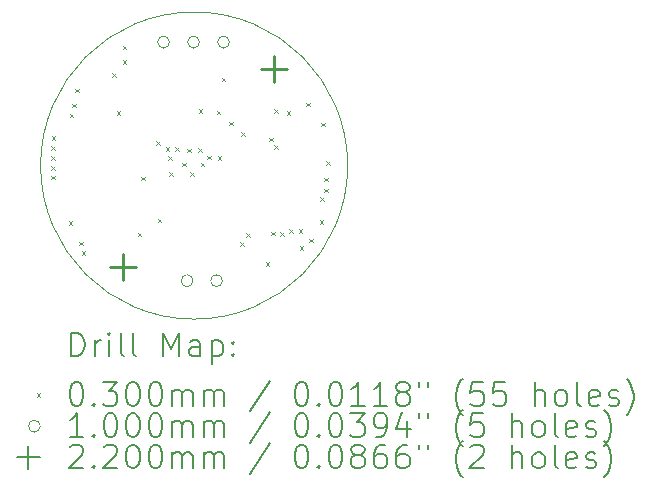
<source format=gbr>
%TF.GenerationSoftware,KiCad,Pcbnew,9.0.4*%
%TF.CreationDate,2025-10-05T00:27:59-04:00*%
%TF.ProjectId,bldc motor controller,626c6463-206d-46f7-946f-7220636f6e74,rev?*%
%TF.SameCoordinates,Original*%
%TF.FileFunction,Drillmap*%
%TF.FilePolarity,Positive*%
%FSLAX45Y45*%
G04 Gerber Fmt 4.5, Leading zero omitted, Abs format (unit mm)*
G04 Created by KiCad (PCBNEW 9.0.4) date 2025-10-05 00:27:59*
%MOMM*%
%LPD*%
G01*
G04 APERTURE LIST*
%ADD10C,0.050000*%
%ADD11C,0.200000*%
%ADD12C,0.100000*%
%ADD13C,0.220000*%
G04 APERTURE END LIST*
D10*
X15550000Y-8800000D02*
G75*
G02*
X12950000Y-8800000I-1300000J0D01*
G01*
X12950000Y-8800000D02*
G75*
G02*
X15550000Y-8800000I1300000J0D01*
G01*
D11*
D12*
X13039975Y-8635000D02*
X13069975Y-8665000D01*
X13069975Y-8635000D02*
X13039975Y-8665000D01*
X13039975Y-8720000D02*
X13069975Y-8750000D01*
X13069975Y-8720000D02*
X13039975Y-8750000D01*
X13039975Y-8805000D02*
X13069975Y-8835000D01*
X13069975Y-8805000D02*
X13039975Y-8835000D01*
X13039975Y-8885000D02*
X13069975Y-8915000D01*
X13069975Y-8885000D02*
X13039975Y-8915000D01*
X13044975Y-8550000D02*
X13074975Y-8580000D01*
X13074975Y-8550000D02*
X13044975Y-8580000D01*
X13189900Y-9270000D02*
X13219900Y-9300000D01*
X13219900Y-9270000D02*
X13189900Y-9300000D01*
X13195000Y-8359975D02*
X13225000Y-8389975D01*
X13225000Y-8359975D02*
X13195000Y-8389975D01*
X13217568Y-8277432D02*
X13247568Y-8307432D01*
X13247568Y-8277432D02*
X13217568Y-8307432D01*
X13241029Y-8150405D02*
X13271029Y-8180405D01*
X13271029Y-8150405D02*
X13241029Y-8180405D01*
X13275000Y-9445000D02*
X13305000Y-9475000D01*
X13305000Y-9445000D02*
X13275000Y-9475000D01*
X13300000Y-9525000D02*
X13330000Y-9555000D01*
X13330000Y-9525000D02*
X13300000Y-9555000D01*
X13557691Y-8020000D02*
X13587691Y-8050000D01*
X13587691Y-8020000D02*
X13557691Y-8050000D01*
X13595000Y-8338622D02*
X13625000Y-8368622D01*
X13625000Y-8338622D02*
X13595000Y-8368622D01*
X13645000Y-7785000D02*
X13675000Y-7815000D01*
X13675000Y-7785000D02*
X13645000Y-7815000D01*
X13645000Y-7909900D02*
X13675000Y-7939900D01*
X13675000Y-7909900D02*
X13645000Y-7939900D01*
X13772400Y-9370100D02*
X13802400Y-9400100D01*
X13802400Y-9370100D02*
X13772400Y-9400100D01*
X13800666Y-8896488D02*
X13830666Y-8926488D01*
X13830666Y-8896488D02*
X13800666Y-8926488D01*
X13930000Y-8593942D02*
X13960000Y-8623942D01*
X13960000Y-8593942D02*
X13930000Y-8623942D01*
X13940000Y-9250000D02*
X13970000Y-9280000D01*
X13970000Y-9250000D02*
X13940000Y-9280000D01*
X14010000Y-8645000D02*
X14040000Y-8675000D01*
X14040000Y-8645000D02*
X14010000Y-8675000D01*
X14031978Y-8721922D02*
X14061978Y-8751922D01*
X14061978Y-8721922D02*
X14031978Y-8751922D01*
X14040000Y-8855200D02*
X14070000Y-8885200D01*
X14070000Y-8855200D02*
X14040000Y-8885200D01*
X14090000Y-8645000D02*
X14120000Y-8675000D01*
X14120000Y-8645000D02*
X14090000Y-8675000D01*
X14147455Y-8777697D02*
X14177455Y-8807697D01*
X14177455Y-8777697D02*
X14147455Y-8807697D01*
X14190000Y-8657597D02*
X14220000Y-8687597D01*
X14220000Y-8657597D02*
X14190000Y-8687597D01*
X14215100Y-8855000D02*
X14245100Y-8885000D01*
X14245100Y-8855000D02*
X14215100Y-8885000D01*
X14285000Y-8655000D02*
X14315000Y-8685000D01*
X14315000Y-8655000D02*
X14285000Y-8685000D01*
X14288710Y-8321148D02*
X14318710Y-8351148D01*
X14318710Y-8321148D02*
X14288710Y-8351148D01*
X14305000Y-8775000D02*
X14335000Y-8805000D01*
X14335000Y-8775000D02*
X14305000Y-8805000D01*
X14362076Y-8717826D02*
X14392076Y-8747826D01*
X14392076Y-8717826D02*
X14362076Y-8747826D01*
X14440000Y-8335000D02*
X14470000Y-8365000D01*
X14470000Y-8335000D02*
X14440000Y-8365000D01*
X14448483Y-8719380D02*
X14478483Y-8749380D01*
X14478483Y-8719380D02*
X14448483Y-8749380D01*
X14485006Y-8055006D02*
X14515006Y-8085006D01*
X14515006Y-8055006D02*
X14485006Y-8085006D01*
X14549029Y-8429312D02*
X14579029Y-8459312D01*
X14579029Y-8429312D02*
X14549029Y-8459312D01*
X14640292Y-9450000D02*
X14670292Y-9480000D01*
X14670292Y-9450000D02*
X14640292Y-9480000D01*
X14648500Y-8518479D02*
X14678500Y-8548479D01*
X14678500Y-8518479D02*
X14648500Y-8548479D01*
X14690292Y-9374708D02*
X14720292Y-9404708D01*
X14720292Y-9374708D02*
X14690292Y-9404708D01*
X14856554Y-9620777D02*
X14886554Y-9650777D01*
X14886554Y-9620777D02*
X14856554Y-9650777D01*
X14886049Y-8563155D02*
X14916049Y-8593155D01*
X14916049Y-8563155D02*
X14886049Y-8593155D01*
X14900551Y-9359551D02*
X14930551Y-9389551D01*
X14930551Y-9359551D02*
X14900551Y-9389551D01*
X14930000Y-8325000D02*
X14960000Y-8355000D01*
X14960000Y-8325000D02*
X14930000Y-8355000D01*
X14930000Y-8630000D02*
X14960000Y-8660000D01*
X14960000Y-8630000D02*
X14930000Y-8660000D01*
X14980223Y-9366794D02*
X15010223Y-9396794D01*
X15010223Y-9366794D02*
X14980223Y-9396794D01*
X15035000Y-8340000D02*
X15065000Y-8370000D01*
X15065000Y-8340000D02*
X15035000Y-8370000D01*
X15055551Y-9339000D02*
X15085551Y-9369000D01*
X15085551Y-9339000D02*
X15055551Y-9369000D01*
X15135537Y-9337500D02*
X15165537Y-9367500D01*
X15165537Y-9337500D02*
X15135537Y-9367500D01*
X15145000Y-9485000D02*
X15175000Y-9515000D01*
X15175000Y-9485000D02*
X15145000Y-9515000D01*
X15200000Y-8270000D02*
X15230000Y-8300000D01*
X15230000Y-8270000D02*
X15200000Y-8300000D01*
X15222326Y-9420558D02*
X15252326Y-9450558D01*
X15252326Y-9420558D02*
X15222326Y-9450558D01*
X15315000Y-9265000D02*
X15345000Y-9295000D01*
X15345000Y-9265000D02*
X15315000Y-9295000D01*
X15317864Y-9069645D02*
X15347864Y-9099645D01*
X15347864Y-9069645D02*
X15317864Y-9099645D01*
X15326202Y-8438798D02*
X15356202Y-8468798D01*
X15356202Y-8438798D02*
X15326202Y-8468798D01*
X15349937Y-8904993D02*
X15379937Y-8934993D01*
X15379937Y-8904993D02*
X15349937Y-8934993D01*
X15352855Y-8997703D02*
X15382855Y-9027703D01*
X15382855Y-8997703D02*
X15352855Y-9027703D01*
X15366842Y-8765000D02*
X15396842Y-8795000D01*
X15396842Y-8765000D02*
X15366842Y-8795000D01*
X14041000Y-7755000D02*
G75*
G02*
X13941000Y-7755000I-50000J0D01*
G01*
X13941000Y-7755000D02*
G75*
G02*
X14041000Y-7755000I50000J0D01*
G01*
X14240000Y-9775000D02*
G75*
G02*
X14140000Y-9775000I-50000J0D01*
G01*
X14140000Y-9775000D02*
G75*
G02*
X14240000Y-9775000I50000J0D01*
G01*
X14295000Y-7755000D02*
G75*
G02*
X14195000Y-7755000I-50000J0D01*
G01*
X14195000Y-7755000D02*
G75*
G02*
X14295000Y-7755000I50000J0D01*
G01*
X14490000Y-9775000D02*
G75*
G02*
X14390000Y-9775000I-50000J0D01*
G01*
X14390000Y-9775000D02*
G75*
G02*
X14490000Y-9775000I50000J0D01*
G01*
X14549000Y-7755000D02*
G75*
G02*
X14449000Y-7755000I-50000J0D01*
G01*
X14449000Y-7755000D02*
G75*
G02*
X14549000Y-7755000I50000J0D01*
G01*
D13*
X13650000Y-9550000D02*
X13650000Y-9770000D01*
X13540000Y-9660000D02*
X13760000Y-9660000D01*
X14925000Y-7875000D02*
X14925000Y-8095000D01*
X14815000Y-7985000D02*
X15035000Y-7985000D01*
D11*
X13208277Y-10413984D02*
X13208277Y-10213984D01*
X13208277Y-10213984D02*
X13255896Y-10213984D01*
X13255896Y-10213984D02*
X13284467Y-10223508D01*
X13284467Y-10223508D02*
X13303515Y-10242555D01*
X13303515Y-10242555D02*
X13313039Y-10261603D01*
X13313039Y-10261603D02*
X13322562Y-10299698D01*
X13322562Y-10299698D02*
X13322562Y-10328270D01*
X13322562Y-10328270D02*
X13313039Y-10366365D01*
X13313039Y-10366365D02*
X13303515Y-10385412D01*
X13303515Y-10385412D02*
X13284467Y-10404460D01*
X13284467Y-10404460D02*
X13255896Y-10413984D01*
X13255896Y-10413984D02*
X13208277Y-10413984D01*
X13408277Y-10413984D02*
X13408277Y-10280650D01*
X13408277Y-10318746D02*
X13417801Y-10299698D01*
X13417801Y-10299698D02*
X13427324Y-10290174D01*
X13427324Y-10290174D02*
X13446372Y-10280650D01*
X13446372Y-10280650D02*
X13465420Y-10280650D01*
X13532086Y-10413984D02*
X13532086Y-10280650D01*
X13532086Y-10213984D02*
X13522562Y-10223508D01*
X13522562Y-10223508D02*
X13532086Y-10233031D01*
X13532086Y-10233031D02*
X13541610Y-10223508D01*
X13541610Y-10223508D02*
X13532086Y-10213984D01*
X13532086Y-10213984D02*
X13532086Y-10233031D01*
X13655896Y-10413984D02*
X13636848Y-10404460D01*
X13636848Y-10404460D02*
X13627324Y-10385412D01*
X13627324Y-10385412D02*
X13627324Y-10213984D01*
X13760658Y-10413984D02*
X13741610Y-10404460D01*
X13741610Y-10404460D02*
X13732086Y-10385412D01*
X13732086Y-10385412D02*
X13732086Y-10213984D01*
X13989229Y-10413984D02*
X13989229Y-10213984D01*
X13989229Y-10213984D02*
X14055896Y-10356841D01*
X14055896Y-10356841D02*
X14122562Y-10213984D01*
X14122562Y-10213984D02*
X14122562Y-10413984D01*
X14303515Y-10413984D02*
X14303515Y-10309222D01*
X14303515Y-10309222D02*
X14293991Y-10290174D01*
X14293991Y-10290174D02*
X14274943Y-10280650D01*
X14274943Y-10280650D02*
X14236848Y-10280650D01*
X14236848Y-10280650D02*
X14217801Y-10290174D01*
X14303515Y-10404460D02*
X14284467Y-10413984D01*
X14284467Y-10413984D02*
X14236848Y-10413984D01*
X14236848Y-10413984D02*
X14217801Y-10404460D01*
X14217801Y-10404460D02*
X14208277Y-10385412D01*
X14208277Y-10385412D02*
X14208277Y-10366365D01*
X14208277Y-10366365D02*
X14217801Y-10347317D01*
X14217801Y-10347317D02*
X14236848Y-10337793D01*
X14236848Y-10337793D02*
X14284467Y-10337793D01*
X14284467Y-10337793D02*
X14303515Y-10328270D01*
X14398753Y-10280650D02*
X14398753Y-10480650D01*
X14398753Y-10290174D02*
X14417801Y-10280650D01*
X14417801Y-10280650D02*
X14455896Y-10280650D01*
X14455896Y-10280650D02*
X14474943Y-10290174D01*
X14474943Y-10290174D02*
X14484467Y-10299698D01*
X14484467Y-10299698D02*
X14493991Y-10318746D01*
X14493991Y-10318746D02*
X14493991Y-10375889D01*
X14493991Y-10375889D02*
X14484467Y-10394936D01*
X14484467Y-10394936D02*
X14474943Y-10404460D01*
X14474943Y-10404460D02*
X14455896Y-10413984D01*
X14455896Y-10413984D02*
X14417801Y-10413984D01*
X14417801Y-10413984D02*
X14398753Y-10404460D01*
X14579705Y-10394936D02*
X14589229Y-10404460D01*
X14589229Y-10404460D02*
X14579705Y-10413984D01*
X14579705Y-10413984D02*
X14570182Y-10404460D01*
X14570182Y-10404460D02*
X14579705Y-10394936D01*
X14579705Y-10394936D02*
X14579705Y-10413984D01*
X14579705Y-10290174D02*
X14589229Y-10299698D01*
X14589229Y-10299698D02*
X14579705Y-10309222D01*
X14579705Y-10309222D02*
X14570182Y-10299698D01*
X14570182Y-10299698D02*
X14579705Y-10290174D01*
X14579705Y-10290174D02*
X14579705Y-10309222D01*
D12*
X12917500Y-10727500D02*
X12947500Y-10757500D01*
X12947500Y-10727500D02*
X12917500Y-10757500D01*
D11*
X13246372Y-10633984D02*
X13265420Y-10633984D01*
X13265420Y-10633984D02*
X13284467Y-10643508D01*
X13284467Y-10643508D02*
X13293991Y-10653031D01*
X13293991Y-10653031D02*
X13303515Y-10672079D01*
X13303515Y-10672079D02*
X13313039Y-10710174D01*
X13313039Y-10710174D02*
X13313039Y-10757793D01*
X13313039Y-10757793D02*
X13303515Y-10795889D01*
X13303515Y-10795889D02*
X13293991Y-10814936D01*
X13293991Y-10814936D02*
X13284467Y-10824460D01*
X13284467Y-10824460D02*
X13265420Y-10833984D01*
X13265420Y-10833984D02*
X13246372Y-10833984D01*
X13246372Y-10833984D02*
X13227324Y-10824460D01*
X13227324Y-10824460D02*
X13217801Y-10814936D01*
X13217801Y-10814936D02*
X13208277Y-10795889D01*
X13208277Y-10795889D02*
X13198753Y-10757793D01*
X13198753Y-10757793D02*
X13198753Y-10710174D01*
X13198753Y-10710174D02*
X13208277Y-10672079D01*
X13208277Y-10672079D02*
X13217801Y-10653031D01*
X13217801Y-10653031D02*
X13227324Y-10643508D01*
X13227324Y-10643508D02*
X13246372Y-10633984D01*
X13398753Y-10814936D02*
X13408277Y-10824460D01*
X13408277Y-10824460D02*
X13398753Y-10833984D01*
X13398753Y-10833984D02*
X13389229Y-10824460D01*
X13389229Y-10824460D02*
X13398753Y-10814936D01*
X13398753Y-10814936D02*
X13398753Y-10833984D01*
X13474943Y-10633984D02*
X13598753Y-10633984D01*
X13598753Y-10633984D02*
X13532086Y-10710174D01*
X13532086Y-10710174D02*
X13560658Y-10710174D01*
X13560658Y-10710174D02*
X13579705Y-10719698D01*
X13579705Y-10719698D02*
X13589229Y-10729222D01*
X13589229Y-10729222D02*
X13598753Y-10748270D01*
X13598753Y-10748270D02*
X13598753Y-10795889D01*
X13598753Y-10795889D02*
X13589229Y-10814936D01*
X13589229Y-10814936D02*
X13579705Y-10824460D01*
X13579705Y-10824460D02*
X13560658Y-10833984D01*
X13560658Y-10833984D02*
X13503515Y-10833984D01*
X13503515Y-10833984D02*
X13484467Y-10824460D01*
X13484467Y-10824460D02*
X13474943Y-10814936D01*
X13722562Y-10633984D02*
X13741610Y-10633984D01*
X13741610Y-10633984D02*
X13760658Y-10643508D01*
X13760658Y-10643508D02*
X13770182Y-10653031D01*
X13770182Y-10653031D02*
X13779705Y-10672079D01*
X13779705Y-10672079D02*
X13789229Y-10710174D01*
X13789229Y-10710174D02*
X13789229Y-10757793D01*
X13789229Y-10757793D02*
X13779705Y-10795889D01*
X13779705Y-10795889D02*
X13770182Y-10814936D01*
X13770182Y-10814936D02*
X13760658Y-10824460D01*
X13760658Y-10824460D02*
X13741610Y-10833984D01*
X13741610Y-10833984D02*
X13722562Y-10833984D01*
X13722562Y-10833984D02*
X13703515Y-10824460D01*
X13703515Y-10824460D02*
X13693991Y-10814936D01*
X13693991Y-10814936D02*
X13684467Y-10795889D01*
X13684467Y-10795889D02*
X13674943Y-10757793D01*
X13674943Y-10757793D02*
X13674943Y-10710174D01*
X13674943Y-10710174D02*
X13684467Y-10672079D01*
X13684467Y-10672079D02*
X13693991Y-10653031D01*
X13693991Y-10653031D02*
X13703515Y-10643508D01*
X13703515Y-10643508D02*
X13722562Y-10633984D01*
X13913039Y-10633984D02*
X13932086Y-10633984D01*
X13932086Y-10633984D02*
X13951134Y-10643508D01*
X13951134Y-10643508D02*
X13960658Y-10653031D01*
X13960658Y-10653031D02*
X13970182Y-10672079D01*
X13970182Y-10672079D02*
X13979705Y-10710174D01*
X13979705Y-10710174D02*
X13979705Y-10757793D01*
X13979705Y-10757793D02*
X13970182Y-10795889D01*
X13970182Y-10795889D02*
X13960658Y-10814936D01*
X13960658Y-10814936D02*
X13951134Y-10824460D01*
X13951134Y-10824460D02*
X13932086Y-10833984D01*
X13932086Y-10833984D02*
X13913039Y-10833984D01*
X13913039Y-10833984D02*
X13893991Y-10824460D01*
X13893991Y-10824460D02*
X13884467Y-10814936D01*
X13884467Y-10814936D02*
X13874943Y-10795889D01*
X13874943Y-10795889D02*
X13865420Y-10757793D01*
X13865420Y-10757793D02*
X13865420Y-10710174D01*
X13865420Y-10710174D02*
X13874943Y-10672079D01*
X13874943Y-10672079D02*
X13884467Y-10653031D01*
X13884467Y-10653031D02*
X13893991Y-10643508D01*
X13893991Y-10643508D02*
X13913039Y-10633984D01*
X14065420Y-10833984D02*
X14065420Y-10700650D01*
X14065420Y-10719698D02*
X14074943Y-10710174D01*
X14074943Y-10710174D02*
X14093991Y-10700650D01*
X14093991Y-10700650D02*
X14122563Y-10700650D01*
X14122563Y-10700650D02*
X14141610Y-10710174D01*
X14141610Y-10710174D02*
X14151134Y-10729222D01*
X14151134Y-10729222D02*
X14151134Y-10833984D01*
X14151134Y-10729222D02*
X14160658Y-10710174D01*
X14160658Y-10710174D02*
X14179705Y-10700650D01*
X14179705Y-10700650D02*
X14208277Y-10700650D01*
X14208277Y-10700650D02*
X14227324Y-10710174D01*
X14227324Y-10710174D02*
X14236848Y-10729222D01*
X14236848Y-10729222D02*
X14236848Y-10833984D01*
X14332086Y-10833984D02*
X14332086Y-10700650D01*
X14332086Y-10719698D02*
X14341610Y-10710174D01*
X14341610Y-10710174D02*
X14360658Y-10700650D01*
X14360658Y-10700650D02*
X14389229Y-10700650D01*
X14389229Y-10700650D02*
X14408277Y-10710174D01*
X14408277Y-10710174D02*
X14417801Y-10729222D01*
X14417801Y-10729222D02*
X14417801Y-10833984D01*
X14417801Y-10729222D02*
X14427324Y-10710174D01*
X14427324Y-10710174D02*
X14446372Y-10700650D01*
X14446372Y-10700650D02*
X14474943Y-10700650D01*
X14474943Y-10700650D02*
X14493991Y-10710174D01*
X14493991Y-10710174D02*
X14503515Y-10729222D01*
X14503515Y-10729222D02*
X14503515Y-10833984D01*
X14893991Y-10624460D02*
X14722563Y-10881603D01*
X15151134Y-10633984D02*
X15170182Y-10633984D01*
X15170182Y-10633984D02*
X15189229Y-10643508D01*
X15189229Y-10643508D02*
X15198753Y-10653031D01*
X15198753Y-10653031D02*
X15208277Y-10672079D01*
X15208277Y-10672079D02*
X15217801Y-10710174D01*
X15217801Y-10710174D02*
X15217801Y-10757793D01*
X15217801Y-10757793D02*
X15208277Y-10795889D01*
X15208277Y-10795889D02*
X15198753Y-10814936D01*
X15198753Y-10814936D02*
X15189229Y-10824460D01*
X15189229Y-10824460D02*
X15170182Y-10833984D01*
X15170182Y-10833984D02*
X15151134Y-10833984D01*
X15151134Y-10833984D02*
X15132086Y-10824460D01*
X15132086Y-10824460D02*
X15122563Y-10814936D01*
X15122563Y-10814936D02*
X15113039Y-10795889D01*
X15113039Y-10795889D02*
X15103515Y-10757793D01*
X15103515Y-10757793D02*
X15103515Y-10710174D01*
X15103515Y-10710174D02*
X15113039Y-10672079D01*
X15113039Y-10672079D02*
X15122563Y-10653031D01*
X15122563Y-10653031D02*
X15132086Y-10643508D01*
X15132086Y-10643508D02*
X15151134Y-10633984D01*
X15303515Y-10814936D02*
X15313039Y-10824460D01*
X15313039Y-10824460D02*
X15303515Y-10833984D01*
X15303515Y-10833984D02*
X15293991Y-10824460D01*
X15293991Y-10824460D02*
X15303515Y-10814936D01*
X15303515Y-10814936D02*
X15303515Y-10833984D01*
X15436848Y-10633984D02*
X15455896Y-10633984D01*
X15455896Y-10633984D02*
X15474944Y-10643508D01*
X15474944Y-10643508D02*
X15484467Y-10653031D01*
X15484467Y-10653031D02*
X15493991Y-10672079D01*
X15493991Y-10672079D02*
X15503515Y-10710174D01*
X15503515Y-10710174D02*
X15503515Y-10757793D01*
X15503515Y-10757793D02*
X15493991Y-10795889D01*
X15493991Y-10795889D02*
X15484467Y-10814936D01*
X15484467Y-10814936D02*
X15474944Y-10824460D01*
X15474944Y-10824460D02*
X15455896Y-10833984D01*
X15455896Y-10833984D02*
X15436848Y-10833984D01*
X15436848Y-10833984D02*
X15417801Y-10824460D01*
X15417801Y-10824460D02*
X15408277Y-10814936D01*
X15408277Y-10814936D02*
X15398753Y-10795889D01*
X15398753Y-10795889D02*
X15389229Y-10757793D01*
X15389229Y-10757793D02*
X15389229Y-10710174D01*
X15389229Y-10710174D02*
X15398753Y-10672079D01*
X15398753Y-10672079D02*
X15408277Y-10653031D01*
X15408277Y-10653031D02*
X15417801Y-10643508D01*
X15417801Y-10643508D02*
X15436848Y-10633984D01*
X15693991Y-10833984D02*
X15579706Y-10833984D01*
X15636848Y-10833984D02*
X15636848Y-10633984D01*
X15636848Y-10633984D02*
X15617801Y-10662555D01*
X15617801Y-10662555D02*
X15598753Y-10681603D01*
X15598753Y-10681603D02*
X15579706Y-10691127D01*
X15884467Y-10833984D02*
X15770182Y-10833984D01*
X15827325Y-10833984D02*
X15827325Y-10633984D01*
X15827325Y-10633984D02*
X15808277Y-10662555D01*
X15808277Y-10662555D02*
X15789229Y-10681603D01*
X15789229Y-10681603D02*
X15770182Y-10691127D01*
X15998753Y-10719698D02*
X15979706Y-10710174D01*
X15979706Y-10710174D02*
X15970182Y-10700650D01*
X15970182Y-10700650D02*
X15960658Y-10681603D01*
X15960658Y-10681603D02*
X15960658Y-10672079D01*
X15960658Y-10672079D02*
X15970182Y-10653031D01*
X15970182Y-10653031D02*
X15979706Y-10643508D01*
X15979706Y-10643508D02*
X15998753Y-10633984D01*
X15998753Y-10633984D02*
X16036848Y-10633984D01*
X16036848Y-10633984D02*
X16055896Y-10643508D01*
X16055896Y-10643508D02*
X16065420Y-10653031D01*
X16065420Y-10653031D02*
X16074944Y-10672079D01*
X16074944Y-10672079D02*
X16074944Y-10681603D01*
X16074944Y-10681603D02*
X16065420Y-10700650D01*
X16065420Y-10700650D02*
X16055896Y-10710174D01*
X16055896Y-10710174D02*
X16036848Y-10719698D01*
X16036848Y-10719698D02*
X15998753Y-10719698D01*
X15998753Y-10719698D02*
X15979706Y-10729222D01*
X15979706Y-10729222D02*
X15970182Y-10738746D01*
X15970182Y-10738746D02*
X15960658Y-10757793D01*
X15960658Y-10757793D02*
X15960658Y-10795889D01*
X15960658Y-10795889D02*
X15970182Y-10814936D01*
X15970182Y-10814936D02*
X15979706Y-10824460D01*
X15979706Y-10824460D02*
X15998753Y-10833984D01*
X15998753Y-10833984D02*
X16036848Y-10833984D01*
X16036848Y-10833984D02*
X16055896Y-10824460D01*
X16055896Y-10824460D02*
X16065420Y-10814936D01*
X16065420Y-10814936D02*
X16074944Y-10795889D01*
X16074944Y-10795889D02*
X16074944Y-10757793D01*
X16074944Y-10757793D02*
X16065420Y-10738746D01*
X16065420Y-10738746D02*
X16055896Y-10729222D01*
X16055896Y-10729222D02*
X16036848Y-10719698D01*
X16151134Y-10633984D02*
X16151134Y-10672079D01*
X16227325Y-10633984D02*
X16227325Y-10672079D01*
X16522563Y-10910174D02*
X16513039Y-10900650D01*
X16513039Y-10900650D02*
X16493991Y-10872079D01*
X16493991Y-10872079D02*
X16484468Y-10853031D01*
X16484468Y-10853031D02*
X16474944Y-10824460D01*
X16474944Y-10824460D02*
X16465420Y-10776841D01*
X16465420Y-10776841D02*
X16465420Y-10738746D01*
X16465420Y-10738746D02*
X16474944Y-10691127D01*
X16474944Y-10691127D02*
X16484468Y-10662555D01*
X16484468Y-10662555D02*
X16493991Y-10643508D01*
X16493991Y-10643508D02*
X16513039Y-10614936D01*
X16513039Y-10614936D02*
X16522563Y-10605412D01*
X16693991Y-10633984D02*
X16598753Y-10633984D01*
X16598753Y-10633984D02*
X16589229Y-10729222D01*
X16589229Y-10729222D02*
X16598753Y-10719698D01*
X16598753Y-10719698D02*
X16617801Y-10710174D01*
X16617801Y-10710174D02*
X16665420Y-10710174D01*
X16665420Y-10710174D02*
X16684468Y-10719698D01*
X16684468Y-10719698D02*
X16693991Y-10729222D01*
X16693991Y-10729222D02*
X16703515Y-10748270D01*
X16703515Y-10748270D02*
X16703515Y-10795889D01*
X16703515Y-10795889D02*
X16693991Y-10814936D01*
X16693991Y-10814936D02*
X16684468Y-10824460D01*
X16684468Y-10824460D02*
X16665420Y-10833984D01*
X16665420Y-10833984D02*
X16617801Y-10833984D01*
X16617801Y-10833984D02*
X16598753Y-10824460D01*
X16598753Y-10824460D02*
X16589229Y-10814936D01*
X16884468Y-10633984D02*
X16789230Y-10633984D01*
X16789230Y-10633984D02*
X16779706Y-10729222D01*
X16779706Y-10729222D02*
X16789230Y-10719698D01*
X16789230Y-10719698D02*
X16808277Y-10710174D01*
X16808277Y-10710174D02*
X16855896Y-10710174D01*
X16855896Y-10710174D02*
X16874944Y-10719698D01*
X16874944Y-10719698D02*
X16884468Y-10729222D01*
X16884468Y-10729222D02*
X16893991Y-10748270D01*
X16893991Y-10748270D02*
X16893991Y-10795889D01*
X16893991Y-10795889D02*
X16884468Y-10814936D01*
X16884468Y-10814936D02*
X16874944Y-10824460D01*
X16874944Y-10824460D02*
X16855896Y-10833984D01*
X16855896Y-10833984D02*
X16808277Y-10833984D01*
X16808277Y-10833984D02*
X16789230Y-10824460D01*
X16789230Y-10824460D02*
X16779706Y-10814936D01*
X17132087Y-10833984D02*
X17132087Y-10633984D01*
X17217801Y-10833984D02*
X17217801Y-10729222D01*
X17217801Y-10729222D02*
X17208277Y-10710174D01*
X17208277Y-10710174D02*
X17189230Y-10700650D01*
X17189230Y-10700650D02*
X17160658Y-10700650D01*
X17160658Y-10700650D02*
X17141611Y-10710174D01*
X17141611Y-10710174D02*
X17132087Y-10719698D01*
X17341611Y-10833984D02*
X17322563Y-10824460D01*
X17322563Y-10824460D02*
X17313039Y-10814936D01*
X17313039Y-10814936D02*
X17303515Y-10795889D01*
X17303515Y-10795889D02*
X17303515Y-10738746D01*
X17303515Y-10738746D02*
X17313039Y-10719698D01*
X17313039Y-10719698D02*
X17322563Y-10710174D01*
X17322563Y-10710174D02*
X17341611Y-10700650D01*
X17341611Y-10700650D02*
X17370182Y-10700650D01*
X17370182Y-10700650D02*
X17389230Y-10710174D01*
X17389230Y-10710174D02*
X17398753Y-10719698D01*
X17398753Y-10719698D02*
X17408277Y-10738746D01*
X17408277Y-10738746D02*
X17408277Y-10795889D01*
X17408277Y-10795889D02*
X17398753Y-10814936D01*
X17398753Y-10814936D02*
X17389230Y-10824460D01*
X17389230Y-10824460D02*
X17370182Y-10833984D01*
X17370182Y-10833984D02*
X17341611Y-10833984D01*
X17522563Y-10833984D02*
X17503515Y-10824460D01*
X17503515Y-10824460D02*
X17493992Y-10805412D01*
X17493992Y-10805412D02*
X17493992Y-10633984D01*
X17674944Y-10824460D02*
X17655896Y-10833984D01*
X17655896Y-10833984D02*
X17617801Y-10833984D01*
X17617801Y-10833984D02*
X17598753Y-10824460D01*
X17598753Y-10824460D02*
X17589230Y-10805412D01*
X17589230Y-10805412D02*
X17589230Y-10729222D01*
X17589230Y-10729222D02*
X17598753Y-10710174D01*
X17598753Y-10710174D02*
X17617801Y-10700650D01*
X17617801Y-10700650D02*
X17655896Y-10700650D01*
X17655896Y-10700650D02*
X17674944Y-10710174D01*
X17674944Y-10710174D02*
X17684468Y-10729222D01*
X17684468Y-10729222D02*
X17684468Y-10748270D01*
X17684468Y-10748270D02*
X17589230Y-10767317D01*
X17760658Y-10824460D02*
X17779706Y-10833984D01*
X17779706Y-10833984D02*
X17817801Y-10833984D01*
X17817801Y-10833984D02*
X17836849Y-10824460D01*
X17836849Y-10824460D02*
X17846373Y-10805412D01*
X17846373Y-10805412D02*
X17846373Y-10795889D01*
X17846373Y-10795889D02*
X17836849Y-10776841D01*
X17836849Y-10776841D02*
X17817801Y-10767317D01*
X17817801Y-10767317D02*
X17789230Y-10767317D01*
X17789230Y-10767317D02*
X17770182Y-10757793D01*
X17770182Y-10757793D02*
X17760658Y-10738746D01*
X17760658Y-10738746D02*
X17760658Y-10729222D01*
X17760658Y-10729222D02*
X17770182Y-10710174D01*
X17770182Y-10710174D02*
X17789230Y-10700650D01*
X17789230Y-10700650D02*
X17817801Y-10700650D01*
X17817801Y-10700650D02*
X17836849Y-10710174D01*
X17913039Y-10910174D02*
X17922563Y-10900650D01*
X17922563Y-10900650D02*
X17941611Y-10872079D01*
X17941611Y-10872079D02*
X17951134Y-10853031D01*
X17951134Y-10853031D02*
X17960658Y-10824460D01*
X17960658Y-10824460D02*
X17970182Y-10776841D01*
X17970182Y-10776841D02*
X17970182Y-10738746D01*
X17970182Y-10738746D02*
X17960658Y-10691127D01*
X17960658Y-10691127D02*
X17951134Y-10662555D01*
X17951134Y-10662555D02*
X17941611Y-10643508D01*
X17941611Y-10643508D02*
X17922563Y-10614936D01*
X17922563Y-10614936D02*
X17913039Y-10605412D01*
D12*
X12947500Y-11006500D02*
G75*
G02*
X12847500Y-11006500I-50000J0D01*
G01*
X12847500Y-11006500D02*
G75*
G02*
X12947500Y-11006500I50000J0D01*
G01*
D11*
X13313039Y-11097984D02*
X13198753Y-11097984D01*
X13255896Y-11097984D02*
X13255896Y-10897984D01*
X13255896Y-10897984D02*
X13236848Y-10926555D01*
X13236848Y-10926555D02*
X13217801Y-10945603D01*
X13217801Y-10945603D02*
X13198753Y-10955127D01*
X13398753Y-11078936D02*
X13408277Y-11088460D01*
X13408277Y-11088460D02*
X13398753Y-11097984D01*
X13398753Y-11097984D02*
X13389229Y-11088460D01*
X13389229Y-11088460D02*
X13398753Y-11078936D01*
X13398753Y-11078936D02*
X13398753Y-11097984D01*
X13532086Y-10897984D02*
X13551134Y-10897984D01*
X13551134Y-10897984D02*
X13570182Y-10907508D01*
X13570182Y-10907508D02*
X13579705Y-10917031D01*
X13579705Y-10917031D02*
X13589229Y-10936079D01*
X13589229Y-10936079D02*
X13598753Y-10974174D01*
X13598753Y-10974174D02*
X13598753Y-11021793D01*
X13598753Y-11021793D02*
X13589229Y-11059889D01*
X13589229Y-11059889D02*
X13579705Y-11078936D01*
X13579705Y-11078936D02*
X13570182Y-11088460D01*
X13570182Y-11088460D02*
X13551134Y-11097984D01*
X13551134Y-11097984D02*
X13532086Y-11097984D01*
X13532086Y-11097984D02*
X13513039Y-11088460D01*
X13513039Y-11088460D02*
X13503515Y-11078936D01*
X13503515Y-11078936D02*
X13493991Y-11059889D01*
X13493991Y-11059889D02*
X13484467Y-11021793D01*
X13484467Y-11021793D02*
X13484467Y-10974174D01*
X13484467Y-10974174D02*
X13493991Y-10936079D01*
X13493991Y-10936079D02*
X13503515Y-10917031D01*
X13503515Y-10917031D02*
X13513039Y-10907508D01*
X13513039Y-10907508D02*
X13532086Y-10897984D01*
X13722562Y-10897984D02*
X13741610Y-10897984D01*
X13741610Y-10897984D02*
X13760658Y-10907508D01*
X13760658Y-10907508D02*
X13770182Y-10917031D01*
X13770182Y-10917031D02*
X13779705Y-10936079D01*
X13779705Y-10936079D02*
X13789229Y-10974174D01*
X13789229Y-10974174D02*
X13789229Y-11021793D01*
X13789229Y-11021793D02*
X13779705Y-11059889D01*
X13779705Y-11059889D02*
X13770182Y-11078936D01*
X13770182Y-11078936D02*
X13760658Y-11088460D01*
X13760658Y-11088460D02*
X13741610Y-11097984D01*
X13741610Y-11097984D02*
X13722562Y-11097984D01*
X13722562Y-11097984D02*
X13703515Y-11088460D01*
X13703515Y-11088460D02*
X13693991Y-11078936D01*
X13693991Y-11078936D02*
X13684467Y-11059889D01*
X13684467Y-11059889D02*
X13674943Y-11021793D01*
X13674943Y-11021793D02*
X13674943Y-10974174D01*
X13674943Y-10974174D02*
X13684467Y-10936079D01*
X13684467Y-10936079D02*
X13693991Y-10917031D01*
X13693991Y-10917031D02*
X13703515Y-10907508D01*
X13703515Y-10907508D02*
X13722562Y-10897984D01*
X13913039Y-10897984D02*
X13932086Y-10897984D01*
X13932086Y-10897984D02*
X13951134Y-10907508D01*
X13951134Y-10907508D02*
X13960658Y-10917031D01*
X13960658Y-10917031D02*
X13970182Y-10936079D01*
X13970182Y-10936079D02*
X13979705Y-10974174D01*
X13979705Y-10974174D02*
X13979705Y-11021793D01*
X13979705Y-11021793D02*
X13970182Y-11059889D01*
X13970182Y-11059889D02*
X13960658Y-11078936D01*
X13960658Y-11078936D02*
X13951134Y-11088460D01*
X13951134Y-11088460D02*
X13932086Y-11097984D01*
X13932086Y-11097984D02*
X13913039Y-11097984D01*
X13913039Y-11097984D02*
X13893991Y-11088460D01*
X13893991Y-11088460D02*
X13884467Y-11078936D01*
X13884467Y-11078936D02*
X13874943Y-11059889D01*
X13874943Y-11059889D02*
X13865420Y-11021793D01*
X13865420Y-11021793D02*
X13865420Y-10974174D01*
X13865420Y-10974174D02*
X13874943Y-10936079D01*
X13874943Y-10936079D02*
X13884467Y-10917031D01*
X13884467Y-10917031D02*
X13893991Y-10907508D01*
X13893991Y-10907508D02*
X13913039Y-10897984D01*
X14065420Y-11097984D02*
X14065420Y-10964650D01*
X14065420Y-10983698D02*
X14074943Y-10974174D01*
X14074943Y-10974174D02*
X14093991Y-10964650D01*
X14093991Y-10964650D02*
X14122563Y-10964650D01*
X14122563Y-10964650D02*
X14141610Y-10974174D01*
X14141610Y-10974174D02*
X14151134Y-10993222D01*
X14151134Y-10993222D02*
X14151134Y-11097984D01*
X14151134Y-10993222D02*
X14160658Y-10974174D01*
X14160658Y-10974174D02*
X14179705Y-10964650D01*
X14179705Y-10964650D02*
X14208277Y-10964650D01*
X14208277Y-10964650D02*
X14227324Y-10974174D01*
X14227324Y-10974174D02*
X14236848Y-10993222D01*
X14236848Y-10993222D02*
X14236848Y-11097984D01*
X14332086Y-11097984D02*
X14332086Y-10964650D01*
X14332086Y-10983698D02*
X14341610Y-10974174D01*
X14341610Y-10974174D02*
X14360658Y-10964650D01*
X14360658Y-10964650D02*
X14389229Y-10964650D01*
X14389229Y-10964650D02*
X14408277Y-10974174D01*
X14408277Y-10974174D02*
X14417801Y-10993222D01*
X14417801Y-10993222D02*
X14417801Y-11097984D01*
X14417801Y-10993222D02*
X14427324Y-10974174D01*
X14427324Y-10974174D02*
X14446372Y-10964650D01*
X14446372Y-10964650D02*
X14474943Y-10964650D01*
X14474943Y-10964650D02*
X14493991Y-10974174D01*
X14493991Y-10974174D02*
X14503515Y-10993222D01*
X14503515Y-10993222D02*
X14503515Y-11097984D01*
X14893991Y-10888460D02*
X14722563Y-11145603D01*
X15151134Y-10897984D02*
X15170182Y-10897984D01*
X15170182Y-10897984D02*
X15189229Y-10907508D01*
X15189229Y-10907508D02*
X15198753Y-10917031D01*
X15198753Y-10917031D02*
X15208277Y-10936079D01*
X15208277Y-10936079D02*
X15217801Y-10974174D01*
X15217801Y-10974174D02*
X15217801Y-11021793D01*
X15217801Y-11021793D02*
X15208277Y-11059889D01*
X15208277Y-11059889D02*
X15198753Y-11078936D01*
X15198753Y-11078936D02*
X15189229Y-11088460D01*
X15189229Y-11088460D02*
X15170182Y-11097984D01*
X15170182Y-11097984D02*
X15151134Y-11097984D01*
X15151134Y-11097984D02*
X15132086Y-11088460D01*
X15132086Y-11088460D02*
X15122563Y-11078936D01*
X15122563Y-11078936D02*
X15113039Y-11059889D01*
X15113039Y-11059889D02*
X15103515Y-11021793D01*
X15103515Y-11021793D02*
X15103515Y-10974174D01*
X15103515Y-10974174D02*
X15113039Y-10936079D01*
X15113039Y-10936079D02*
X15122563Y-10917031D01*
X15122563Y-10917031D02*
X15132086Y-10907508D01*
X15132086Y-10907508D02*
X15151134Y-10897984D01*
X15303515Y-11078936D02*
X15313039Y-11088460D01*
X15313039Y-11088460D02*
X15303515Y-11097984D01*
X15303515Y-11097984D02*
X15293991Y-11088460D01*
X15293991Y-11088460D02*
X15303515Y-11078936D01*
X15303515Y-11078936D02*
X15303515Y-11097984D01*
X15436848Y-10897984D02*
X15455896Y-10897984D01*
X15455896Y-10897984D02*
X15474944Y-10907508D01*
X15474944Y-10907508D02*
X15484467Y-10917031D01*
X15484467Y-10917031D02*
X15493991Y-10936079D01*
X15493991Y-10936079D02*
X15503515Y-10974174D01*
X15503515Y-10974174D02*
X15503515Y-11021793D01*
X15503515Y-11021793D02*
X15493991Y-11059889D01*
X15493991Y-11059889D02*
X15484467Y-11078936D01*
X15484467Y-11078936D02*
X15474944Y-11088460D01*
X15474944Y-11088460D02*
X15455896Y-11097984D01*
X15455896Y-11097984D02*
X15436848Y-11097984D01*
X15436848Y-11097984D02*
X15417801Y-11088460D01*
X15417801Y-11088460D02*
X15408277Y-11078936D01*
X15408277Y-11078936D02*
X15398753Y-11059889D01*
X15398753Y-11059889D02*
X15389229Y-11021793D01*
X15389229Y-11021793D02*
X15389229Y-10974174D01*
X15389229Y-10974174D02*
X15398753Y-10936079D01*
X15398753Y-10936079D02*
X15408277Y-10917031D01*
X15408277Y-10917031D02*
X15417801Y-10907508D01*
X15417801Y-10907508D02*
X15436848Y-10897984D01*
X15570182Y-10897984D02*
X15693991Y-10897984D01*
X15693991Y-10897984D02*
X15627325Y-10974174D01*
X15627325Y-10974174D02*
X15655896Y-10974174D01*
X15655896Y-10974174D02*
X15674944Y-10983698D01*
X15674944Y-10983698D02*
X15684467Y-10993222D01*
X15684467Y-10993222D02*
X15693991Y-11012270D01*
X15693991Y-11012270D02*
X15693991Y-11059889D01*
X15693991Y-11059889D02*
X15684467Y-11078936D01*
X15684467Y-11078936D02*
X15674944Y-11088460D01*
X15674944Y-11088460D02*
X15655896Y-11097984D01*
X15655896Y-11097984D02*
X15598753Y-11097984D01*
X15598753Y-11097984D02*
X15579706Y-11088460D01*
X15579706Y-11088460D02*
X15570182Y-11078936D01*
X15789229Y-11097984D02*
X15827325Y-11097984D01*
X15827325Y-11097984D02*
X15846372Y-11088460D01*
X15846372Y-11088460D02*
X15855896Y-11078936D01*
X15855896Y-11078936D02*
X15874944Y-11050365D01*
X15874944Y-11050365D02*
X15884467Y-11012270D01*
X15884467Y-11012270D02*
X15884467Y-10936079D01*
X15884467Y-10936079D02*
X15874944Y-10917031D01*
X15874944Y-10917031D02*
X15865420Y-10907508D01*
X15865420Y-10907508D02*
X15846372Y-10897984D01*
X15846372Y-10897984D02*
X15808277Y-10897984D01*
X15808277Y-10897984D02*
X15789229Y-10907508D01*
X15789229Y-10907508D02*
X15779706Y-10917031D01*
X15779706Y-10917031D02*
X15770182Y-10936079D01*
X15770182Y-10936079D02*
X15770182Y-10983698D01*
X15770182Y-10983698D02*
X15779706Y-11002746D01*
X15779706Y-11002746D02*
X15789229Y-11012270D01*
X15789229Y-11012270D02*
X15808277Y-11021793D01*
X15808277Y-11021793D02*
X15846372Y-11021793D01*
X15846372Y-11021793D02*
X15865420Y-11012270D01*
X15865420Y-11012270D02*
X15874944Y-11002746D01*
X15874944Y-11002746D02*
X15884467Y-10983698D01*
X16055896Y-10964650D02*
X16055896Y-11097984D01*
X16008277Y-10888460D02*
X15960658Y-11031317D01*
X15960658Y-11031317D02*
X16084467Y-11031317D01*
X16151134Y-10897984D02*
X16151134Y-10936079D01*
X16227325Y-10897984D02*
X16227325Y-10936079D01*
X16522563Y-11174174D02*
X16513039Y-11164650D01*
X16513039Y-11164650D02*
X16493991Y-11136079D01*
X16493991Y-11136079D02*
X16484468Y-11117031D01*
X16484468Y-11117031D02*
X16474944Y-11088460D01*
X16474944Y-11088460D02*
X16465420Y-11040841D01*
X16465420Y-11040841D02*
X16465420Y-11002746D01*
X16465420Y-11002746D02*
X16474944Y-10955127D01*
X16474944Y-10955127D02*
X16484468Y-10926555D01*
X16484468Y-10926555D02*
X16493991Y-10907508D01*
X16493991Y-10907508D02*
X16513039Y-10878936D01*
X16513039Y-10878936D02*
X16522563Y-10869412D01*
X16693991Y-10897984D02*
X16598753Y-10897984D01*
X16598753Y-10897984D02*
X16589229Y-10993222D01*
X16589229Y-10993222D02*
X16598753Y-10983698D01*
X16598753Y-10983698D02*
X16617801Y-10974174D01*
X16617801Y-10974174D02*
X16665420Y-10974174D01*
X16665420Y-10974174D02*
X16684468Y-10983698D01*
X16684468Y-10983698D02*
X16693991Y-10993222D01*
X16693991Y-10993222D02*
X16703515Y-11012270D01*
X16703515Y-11012270D02*
X16703515Y-11059889D01*
X16703515Y-11059889D02*
X16693991Y-11078936D01*
X16693991Y-11078936D02*
X16684468Y-11088460D01*
X16684468Y-11088460D02*
X16665420Y-11097984D01*
X16665420Y-11097984D02*
X16617801Y-11097984D01*
X16617801Y-11097984D02*
X16598753Y-11088460D01*
X16598753Y-11088460D02*
X16589229Y-11078936D01*
X16941611Y-11097984D02*
X16941611Y-10897984D01*
X17027325Y-11097984D02*
X17027325Y-10993222D01*
X17027325Y-10993222D02*
X17017801Y-10974174D01*
X17017801Y-10974174D02*
X16998753Y-10964650D01*
X16998753Y-10964650D02*
X16970182Y-10964650D01*
X16970182Y-10964650D02*
X16951134Y-10974174D01*
X16951134Y-10974174D02*
X16941611Y-10983698D01*
X17151134Y-11097984D02*
X17132087Y-11088460D01*
X17132087Y-11088460D02*
X17122563Y-11078936D01*
X17122563Y-11078936D02*
X17113039Y-11059889D01*
X17113039Y-11059889D02*
X17113039Y-11002746D01*
X17113039Y-11002746D02*
X17122563Y-10983698D01*
X17122563Y-10983698D02*
X17132087Y-10974174D01*
X17132087Y-10974174D02*
X17151134Y-10964650D01*
X17151134Y-10964650D02*
X17179706Y-10964650D01*
X17179706Y-10964650D02*
X17198753Y-10974174D01*
X17198753Y-10974174D02*
X17208277Y-10983698D01*
X17208277Y-10983698D02*
X17217801Y-11002746D01*
X17217801Y-11002746D02*
X17217801Y-11059889D01*
X17217801Y-11059889D02*
X17208277Y-11078936D01*
X17208277Y-11078936D02*
X17198753Y-11088460D01*
X17198753Y-11088460D02*
X17179706Y-11097984D01*
X17179706Y-11097984D02*
X17151134Y-11097984D01*
X17332087Y-11097984D02*
X17313039Y-11088460D01*
X17313039Y-11088460D02*
X17303515Y-11069412D01*
X17303515Y-11069412D02*
X17303515Y-10897984D01*
X17484468Y-11088460D02*
X17465420Y-11097984D01*
X17465420Y-11097984D02*
X17427325Y-11097984D01*
X17427325Y-11097984D02*
X17408277Y-11088460D01*
X17408277Y-11088460D02*
X17398753Y-11069412D01*
X17398753Y-11069412D02*
X17398753Y-10993222D01*
X17398753Y-10993222D02*
X17408277Y-10974174D01*
X17408277Y-10974174D02*
X17427325Y-10964650D01*
X17427325Y-10964650D02*
X17465420Y-10964650D01*
X17465420Y-10964650D02*
X17484468Y-10974174D01*
X17484468Y-10974174D02*
X17493992Y-10993222D01*
X17493992Y-10993222D02*
X17493992Y-11012270D01*
X17493992Y-11012270D02*
X17398753Y-11031317D01*
X17570182Y-11088460D02*
X17589230Y-11097984D01*
X17589230Y-11097984D02*
X17627325Y-11097984D01*
X17627325Y-11097984D02*
X17646373Y-11088460D01*
X17646373Y-11088460D02*
X17655896Y-11069412D01*
X17655896Y-11069412D02*
X17655896Y-11059889D01*
X17655896Y-11059889D02*
X17646373Y-11040841D01*
X17646373Y-11040841D02*
X17627325Y-11031317D01*
X17627325Y-11031317D02*
X17598753Y-11031317D01*
X17598753Y-11031317D02*
X17579706Y-11021793D01*
X17579706Y-11021793D02*
X17570182Y-11002746D01*
X17570182Y-11002746D02*
X17570182Y-10993222D01*
X17570182Y-10993222D02*
X17579706Y-10974174D01*
X17579706Y-10974174D02*
X17598753Y-10964650D01*
X17598753Y-10964650D02*
X17627325Y-10964650D01*
X17627325Y-10964650D02*
X17646373Y-10974174D01*
X17722563Y-11174174D02*
X17732087Y-11164650D01*
X17732087Y-11164650D02*
X17751134Y-11136079D01*
X17751134Y-11136079D02*
X17760658Y-11117031D01*
X17760658Y-11117031D02*
X17770182Y-11088460D01*
X17770182Y-11088460D02*
X17779706Y-11040841D01*
X17779706Y-11040841D02*
X17779706Y-11002746D01*
X17779706Y-11002746D02*
X17770182Y-10955127D01*
X17770182Y-10955127D02*
X17760658Y-10926555D01*
X17760658Y-10926555D02*
X17751134Y-10907508D01*
X17751134Y-10907508D02*
X17732087Y-10878936D01*
X17732087Y-10878936D02*
X17722563Y-10869412D01*
X12847500Y-11170500D02*
X12847500Y-11370500D01*
X12747500Y-11270500D02*
X12947500Y-11270500D01*
X13198753Y-11181031D02*
X13208277Y-11171508D01*
X13208277Y-11171508D02*
X13227324Y-11161984D01*
X13227324Y-11161984D02*
X13274943Y-11161984D01*
X13274943Y-11161984D02*
X13293991Y-11171508D01*
X13293991Y-11171508D02*
X13303515Y-11181031D01*
X13303515Y-11181031D02*
X13313039Y-11200079D01*
X13313039Y-11200079D02*
X13313039Y-11219127D01*
X13313039Y-11219127D02*
X13303515Y-11247698D01*
X13303515Y-11247698D02*
X13189229Y-11361984D01*
X13189229Y-11361984D02*
X13313039Y-11361984D01*
X13398753Y-11342936D02*
X13408277Y-11352460D01*
X13408277Y-11352460D02*
X13398753Y-11361984D01*
X13398753Y-11361984D02*
X13389229Y-11352460D01*
X13389229Y-11352460D02*
X13398753Y-11342936D01*
X13398753Y-11342936D02*
X13398753Y-11361984D01*
X13484467Y-11181031D02*
X13493991Y-11171508D01*
X13493991Y-11171508D02*
X13513039Y-11161984D01*
X13513039Y-11161984D02*
X13560658Y-11161984D01*
X13560658Y-11161984D02*
X13579705Y-11171508D01*
X13579705Y-11171508D02*
X13589229Y-11181031D01*
X13589229Y-11181031D02*
X13598753Y-11200079D01*
X13598753Y-11200079D02*
X13598753Y-11219127D01*
X13598753Y-11219127D02*
X13589229Y-11247698D01*
X13589229Y-11247698D02*
X13474943Y-11361984D01*
X13474943Y-11361984D02*
X13598753Y-11361984D01*
X13722562Y-11161984D02*
X13741610Y-11161984D01*
X13741610Y-11161984D02*
X13760658Y-11171508D01*
X13760658Y-11171508D02*
X13770182Y-11181031D01*
X13770182Y-11181031D02*
X13779705Y-11200079D01*
X13779705Y-11200079D02*
X13789229Y-11238174D01*
X13789229Y-11238174D02*
X13789229Y-11285793D01*
X13789229Y-11285793D02*
X13779705Y-11323888D01*
X13779705Y-11323888D02*
X13770182Y-11342936D01*
X13770182Y-11342936D02*
X13760658Y-11352460D01*
X13760658Y-11352460D02*
X13741610Y-11361984D01*
X13741610Y-11361984D02*
X13722562Y-11361984D01*
X13722562Y-11361984D02*
X13703515Y-11352460D01*
X13703515Y-11352460D02*
X13693991Y-11342936D01*
X13693991Y-11342936D02*
X13684467Y-11323888D01*
X13684467Y-11323888D02*
X13674943Y-11285793D01*
X13674943Y-11285793D02*
X13674943Y-11238174D01*
X13674943Y-11238174D02*
X13684467Y-11200079D01*
X13684467Y-11200079D02*
X13693991Y-11181031D01*
X13693991Y-11181031D02*
X13703515Y-11171508D01*
X13703515Y-11171508D02*
X13722562Y-11161984D01*
X13913039Y-11161984D02*
X13932086Y-11161984D01*
X13932086Y-11161984D02*
X13951134Y-11171508D01*
X13951134Y-11171508D02*
X13960658Y-11181031D01*
X13960658Y-11181031D02*
X13970182Y-11200079D01*
X13970182Y-11200079D02*
X13979705Y-11238174D01*
X13979705Y-11238174D02*
X13979705Y-11285793D01*
X13979705Y-11285793D02*
X13970182Y-11323888D01*
X13970182Y-11323888D02*
X13960658Y-11342936D01*
X13960658Y-11342936D02*
X13951134Y-11352460D01*
X13951134Y-11352460D02*
X13932086Y-11361984D01*
X13932086Y-11361984D02*
X13913039Y-11361984D01*
X13913039Y-11361984D02*
X13893991Y-11352460D01*
X13893991Y-11352460D02*
X13884467Y-11342936D01*
X13884467Y-11342936D02*
X13874943Y-11323888D01*
X13874943Y-11323888D02*
X13865420Y-11285793D01*
X13865420Y-11285793D02*
X13865420Y-11238174D01*
X13865420Y-11238174D02*
X13874943Y-11200079D01*
X13874943Y-11200079D02*
X13884467Y-11181031D01*
X13884467Y-11181031D02*
X13893991Y-11171508D01*
X13893991Y-11171508D02*
X13913039Y-11161984D01*
X14065420Y-11361984D02*
X14065420Y-11228650D01*
X14065420Y-11247698D02*
X14074943Y-11238174D01*
X14074943Y-11238174D02*
X14093991Y-11228650D01*
X14093991Y-11228650D02*
X14122563Y-11228650D01*
X14122563Y-11228650D02*
X14141610Y-11238174D01*
X14141610Y-11238174D02*
X14151134Y-11257222D01*
X14151134Y-11257222D02*
X14151134Y-11361984D01*
X14151134Y-11257222D02*
X14160658Y-11238174D01*
X14160658Y-11238174D02*
X14179705Y-11228650D01*
X14179705Y-11228650D02*
X14208277Y-11228650D01*
X14208277Y-11228650D02*
X14227324Y-11238174D01*
X14227324Y-11238174D02*
X14236848Y-11257222D01*
X14236848Y-11257222D02*
X14236848Y-11361984D01*
X14332086Y-11361984D02*
X14332086Y-11228650D01*
X14332086Y-11247698D02*
X14341610Y-11238174D01*
X14341610Y-11238174D02*
X14360658Y-11228650D01*
X14360658Y-11228650D02*
X14389229Y-11228650D01*
X14389229Y-11228650D02*
X14408277Y-11238174D01*
X14408277Y-11238174D02*
X14417801Y-11257222D01*
X14417801Y-11257222D02*
X14417801Y-11361984D01*
X14417801Y-11257222D02*
X14427324Y-11238174D01*
X14427324Y-11238174D02*
X14446372Y-11228650D01*
X14446372Y-11228650D02*
X14474943Y-11228650D01*
X14474943Y-11228650D02*
X14493991Y-11238174D01*
X14493991Y-11238174D02*
X14503515Y-11257222D01*
X14503515Y-11257222D02*
X14503515Y-11361984D01*
X14893991Y-11152460D02*
X14722563Y-11409603D01*
X15151134Y-11161984D02*
X15170182Y-11161984D01*
X15170182Y-11161984D02*
X15189229Y-11171508D01*
X15189229Y-11171508D02*
X15198753Y-11181031D01*
X15198753Y-11181031D02*
X15208277Y-11200079D01*
X15208277Y-11200079D02*
X15217801Y-11238174D01*
X15217801Y-11238174D02*
X15217801Y-11285793D01*
X15217801Y-11285793D02*
X15208277Y-11323888D01*
X15208277Y-11323888D02*
X15198753Y-11342936D01*
X15198753Y-11342936D02*
X15189229Y-11352460D01*
X15189229Y-11352460D02*
X15170182Y-11361984D01*
X15170182Y-11361984D02*
X15151134Y-11361984D01*
X15151134Y-11361984D02*
X15132086Y-11352460D01*
X15132086Y-11352460D02*
X15122563Y-11342936D01*
X15122563Y-11342936D02*
X15113039Y-11323888D01*
X15113039Y-11323888D02*
X15103515Y-11285793D01*
X15103515Y-11285793D02*
X15103515Y-11238174D01*
X15103515Y-11238174D02*
X15113039Y-11200079D01*
X15113039Y-11200079D02*
X15122563Y-11181031D01*
X15122563Y-11181031D02*
X15132086Y-11171508D01*
X15132086Y-11171508D02*
X15151134Y-11161984D01*
X15303515Y-11342936D02*
X15313039Y-11352460D01*
X15313039Y-11352460D02*
X15303515Y-11361984D01*
X15303515Y-11361984D02*
X15293991Y-11352460D01*
X15293991Y-11352460D02*
X15303515Y-11342936D01*
X15303515Y-11342936D02*
X15303515Y-11361984D01*
X15436848Y-11161984D02*
X15455896Y-11161984D01*
X15455896Y-11161984D02*
X15474944Y-11171508D01*
X15474944Y-11171508D02*
X15484467Y-11181031D01*
X15484467Y-11181031D02*
X15493991Y-11200079D01*
X15493991Y-11200079D02*
X15503515Y-11238174D01*
X15503515Y-11238174D02*
X15503515Y-11285793D01*
X15503515Y-11285793D02*
X15493991Y-11323888D01*
X15493991Y-11323888D02*
X15484467Y-11342936D01*
X15484467Y-11342936D02*
X15474944Y-11352460D01*
X15474944Y-11352460D02*
X15455896Y-11361984D01*
X15455896Y-11361984D02*
X15436848Y-11361984D01*
X15436848Y-11361984D02*
X15417801Y-11352460D01*
X15417801Y-11352460D02*
X15408277Y-11342936D01*
X15408277Y-11342936D02*
X15398753Y-11323888D01*
X15398753Y-11323888D02*
X15389229Y-11285793D01*
X15389229Y-11285793D02*
X15389229Y-11238174D01*
X15389229Y-11238174D02*
X15398753Y-11200079D01*
X15398753Y-11200079D02*
X15408277Y-11181031D01*
X15408277Y-11181031D02*
X15417801Y-11171508D01*
X15417801Y-11171508D02*
X15436848Y-11161984D01*
X15617801Y-11247698D02*
X15598753Y-11238174D01*
X15598753Y-11238174D02*
X15589229Y-11228650D01*
X15589229Y-11228650D02*
X15579706Y-11209603D01*
X15579706Y-11209603D02*
X15579706Y-11200079D01*
X15579706Y-11200079D02*
X15589229Y-11181031D01*
X15589229Y-11181031D02*
X15598753Y-11171508D01*
X15598753Y-11171508D02*
X15617801Y-11161984D01*
X15617801Y-11161984D02*
X15655896Y-11161984D01*
X15655896Y-11161984D02*
X15674944Y-11171508D01*
X15674944Y-11171508D02*
X15684467Y-11181031D01*
X15684467Y-11181031D02*
X15693991Y-11200079D01*
X15693991Y-11200079D02*
X15693991Y-11209603D01*
X15693991Y-11209603D02*
X15684467Y-11228650D01*
X15684467Y-11228650D02*
X15674944Y-11238174D01*
X15674944Y-11238174D02*
X15655896Y-11247698D01*
X15655896Y-11247698D02*
X15617801Y-11247698D01*
X15617801Y-11247698D02*
X15598753Y-11257222D01*
X15598753Y-11257222D02*
X15589229Y-11266746D01*
X15589229Y-11266746D02*
X15579706Y-11285793D01*
X15579706Y-11285793D02*
X15579706Y-11323888D01*
X15579706Y-11323888D02*
X15589229Y-11342936D01*
X15589229Y-11342936D02*
X15598753Y-11352460D01*
X15598753Y-11352460D02*
X15617801Y-11361984D01*
X15617801Y-11361984D02*
X15655896Y-11361984D01*
X15655896Y-11361984D02*
X15674944Y-11352460D01*
X15674944Y-11352460D02*
X15684467Y-11342936D01*
X15684467Y-11342936D02*
X15693991Y-11323888D01*
X15693991Y-11323888D02*
X15693991Y-11285793D01*
X15693991Y-11285793D02*
X15684467Y-11266746D01*
X15684467Y-11266746D02*
X15674944Y-11257222D01*
X15674944Y-11257222D02*
X15655896Y-11247698D01*
X15865420Y-11161984D02*
X15827325Y-11161984D01*
X15827325Y-11161984D02*
X15808277Y-11171508D01*
X15808277Y-11171508D02*
X15798753Y-11181031D01*
X15798753Y-11181031D02*
X15779706Y-11209603D01*
X15779706Y-11209603D02*
X15770182Y-11247698D01*
X15770182Y-11247698D02*
X15770182Y-11323888D01*
X15770182Y-11323888D02*
X15779706Y-11342936D01*
X15779706Y-11342936D02*
X15789229Y-11352460D01*
X15789229Y-11352460D02*
X15808277Y-11361984D01*
X15808277Y-11361984D02*
X15846372Y-11361984D01*
X15846372Y-11361984D02*
X15865420Y-11352460D01*
X15865420Y-11352460D02*
X15874944Y-11342936D01*
X15874944Y-11342936D02*
X15884467Y-11323888D01*
X15884467Y-11323888D02*
X15884467Y-11276269D01*
X15884467Y-11276269D02*
X15874944Y-11257222D01*
X15874944Y-11257222D02*
X15865420Y-11247698D01*
X15865420Y-11247698D02*
X15846372Y-11238174D01*
X15846372Y-11238174D02*
X15808277Y-11238174D01*
X15808277Y-11238174D02*
X15789229Y-11247698D01*
X15789229Y-11247698D02*
X15779706Y-11257222D01*
X15779706Y-11257222D02*
X15770182Y-11276269D01*
X16055896Y-11161984D02*
X16017801Y-11161984D01*
X16017801Y-11161984D02*
X15998753Y-11171508D01*
X15998753Y-11171508D02*
X15989229Y-11181031D01*
X15989229Y-11181031D02*
X15970182Y-11209603D01*
X15970182Y-11209603D02*
X15960658Y-11247698D01*
X15960658Y-11247698D02*
X15960658Y-11323888D01*
X15960658Y-11323888D02*
X15970182Y-11342936D01*
X15970182Y-11342936D02*
X15979706Y-11352460D01*
X15979706Y-11352460D02*
X15998753Y-11361984D01*
X15998753Y-11361984D02*
X16036848Y-11361984D01*
X16036848Y-11361984D02*
X16055896Y-11352460D01*
X16055896Y-11352460D02*
X16065420Y-11342936D01*
X16065420Y-11342936D02*
X16074944Y-11323888D01*
X16074944Y-11323888D02*
X16074944Y-11276269D01*
X16074944Y-11276269D02*
X16065420Y-11257222D01*
X16065420Y-11257222D02*
X16055896Y-11247698D01*
X16055896Y-11247698D02*
X16036848Y-11238174D01*
X16036848Y-11238174D02*
X15998753Y-11238174D01*
X15998753Y-11238174D02*
X15979706Y-11247698D01*
X15979706Y-11247698D02*
X15970182Y-11257222D01*
X15970182Y-11257222D02*
X15960658Y-11276269D01*
X16151134Y-11161984D02*
X16151134Y-11200079D01*
X16227325Y-11161984D02*
X16227325Y-11200079D01*
X16522563Y-11438174D02*
X16513039Y-11428650D01*
X16513039Y-11428650D02*
X16493991Y-11400079D01*
X16493991Y-11400079D02*
X16484468Y-11381031D01*
X16484468Y-11381031D02*
X16474944Y-11352460D01*
X16474944Y-11352460D02*
X16465420Y-11304841D01*
X16465420Y-11304841D02*
X16465420Y-11266746D01*
X16465420Y-11266746D02*
X16474944Y-11219127D01*
X16474944Y-11219127D02*
X16484468Y-11190555D01*
X16484468Y-11190555D02*
X16493991Y-11171508D01*
X16493991Y-11171508D02*
X16513039Y-11142936D01*
X16513039Y-11142936D02*
X16522563Y-11133412D01*
X16589229Y-11181031D02*
X16598753Y-11171508D01*
X16598753Y-11171508D02*
X16617801Y-11161984D01*
X16617801Y-11161984D02*
X16665420Y-11161984D01*
X16665420Y-11161984D02*
X16684468Y-11171508D01*
X16684468Y-11171508D02*
X16693991Y-11181031D01*
X16693991Y-11181031D02*
X16703515Y-11200079D01*
X16703515Y-11200079D02*
X16703515Y-11219127D01*
X16703515Y-11219127D02*
X16693991Y-11247698D01*
X16693991Y-11247698D02*
X16579706Y-11361984D01*
X16579706Y-11361984D02*
X16703515Y-11361984D01*
X16941611Y-11361984D02*
X16941611Y-11161984D01*
X17027325Y-11361984D02*
X17027325Y-11257222D01*
X17027325Y-11257222D02*
X17017801Y-11238174D01*
X17017801Y-11238174D02*
X16998753Y-11228650D01*
X16998753Y-11228650D02*
X16970182Y-11228650D01*
X16970182Y-11228650D02*
X16951134Y-11238174D01*
X16951134Y-11238174D02*
X16941611Y-11247698D01*
X17151134Y-11361984D02*
X17132087Y-11352460D01*
X17132087Y-11352460D02*
X17122563Y-11342936D01*
X17122563Y-11342936D02*
X17113039Y-11323888D01*
X17113039Y-11323888D02*
X17113039Y-11266746D01*
X17113039Y-11266746D02*
X17122563Y-11247698D01*
X17122563Y-11247698D02*
X17132087Y-11238174D01*
X17132087Y-11238174D02*
X17151134Y-11228650D01*
X17151134Y-11228650D02*
X17179706Y-11228650D01*
X17179706Y-11228650D02*
X17198753Y-11238174D01*
X17198753Y-11238174D02*
X17208277Y-11247698D01*
X17208277Y-11247698D02*
X17217801Y-11266746D01*
X17217801Y-11266746D02*
X17217801Y-11323888D01*
X17217801Y-11323888D02*
X17208277Y-11342936D01*
X17208277Y-11342936D02*
X17198753Y-11352460D01*
X17198753Y-11352460D02*
X17179706Y-11361984D01*
X17179706Y-11361984D02*
X17151134Y-11361984D01*
X17332087Y-11361984D02*
X17313039Y-11352460D01*
X17313039Y-11352460D02*
X17303515Y-11333412D01*
X17303515Y-11333412D02*
X17303515Y-11161984D01*
X17484468Y-11352460D02*
X17465420Y-11361984D01*
X17465420Y-11361984D02*
X17427325Y-11361984D01*
X17427325Y-11361984D02*
X17408277Y-11352460D01*
X17408277Y-11352460D02*
X17398753Y-11333412D01*
X17398753Y-11333412D02*
X17398753Y-11257222D01*
X17398753Y-11257222D02*
X17408277Y-11238174D01*
X17408277Y-11238174D02*
X17427325Y-11228650D01*
X17427325Y-11228650D02*
X17465420Y-11228650D01*
X17465420Y-11228650D02*
X17484468Y-11238174D01*
X17484468Y-11238174D02*
X17493992Y-11257222D01*
X17493992Y-11257222D02*
X17493992Y-11276269D01*
X17493992Y-11276269D02*
X17398753Y-11295317D01*
X17570182Y-11352460D02*
X17589230Y-11361984D01*
X17589230Y-11361984D02*
X17627325Y-11361984D01*
X17627325Y-11361984D02*
X17646373Y-11352460D01*
X17646373Y-11352460D02*
X17655896Y-11333412D01*
X17655896Y-11333412D02*
X17655896Y-11323888D01*
X17655896Y-11323888D02*
X17646373Y-11304841D01*
X17646373Y-11304841D02*
X17627325Y-11295317D01*
X17627325Y-11295317D02*
X17598753Y-11295317D01*
X17598753Y-11295317D02*
X17579706Y-11285793D01*
X17579706Y-11285793D02*
X17570182Y-11266746D01*
X17570182Y-11266746D02*
X17570182Y-11257222D01*
X17570182Y-11257222D02*
X17579706Y-11238174D01*
X17579706Y-11238174D02*
X17598753Y-11228650D01*
X17598753Y-11228650D02*
X17627325Y-11228650D01*
X17627325Y-11228650D02*
X17646373Y-11238174D01*
X17722563Y-11438174D02*
X17732087Y-11428650D01*
X17732087Y-11428650D02*
X17751134Y-11400079D01*
X17751134Y-11400079D02*
X17760658Y-11381031D01*
X17760658Y-11381031D02*
X17770182Y-11352460D01*
X17770182Y-11352460D02*
X17779706Y-11304841D01*
X17779706Y-11304841D02*
X17779706Y-11266746D01*
X17779706Y-11266746D02*
X17770182Y-11219127D01*
X17770182Y-11219127D02*
X17760658Y-11190555D01*
X17760658Y-11190555D02*
X17751134Y-11171508D01*
X17751134Y-11171508D02*
X17732087Y-11142936D01*
X17732087Y-11142936D02*
X17722563Y-11133412D01*
M02*

</source>
